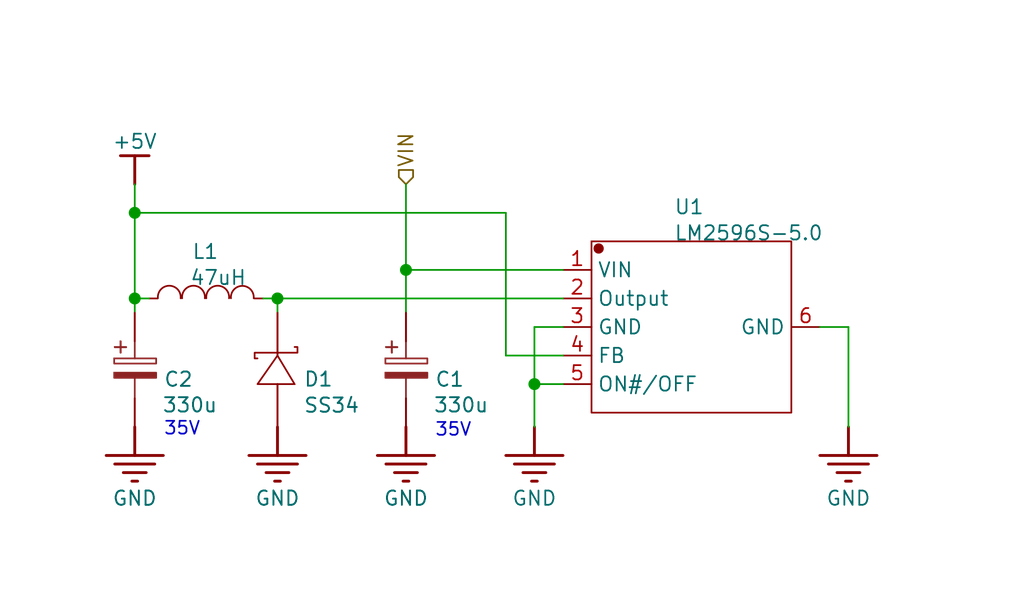
<source format=kicad_sch>
(kicad_sch (version 20250114) (generator "eeschema") (generator_version "9.0")
  (paper "User" 91.1098 53.2892)
  (lib_symbols
    (symbol "LM2596-altium-import:+5V_BAR" (power)
      (property "Value" "+5V" (at 0 -3.81 0))
      (symbol "+5V_BAR_0_0"
        (polyline (pts (xy -1.27 -2.54) (xy 1.27 -2.54)) (stroke (width 0.254)))
        (polyline (pts (xy 0 0) (xy 0 -2.54)) (stroke (width 0.254)))
        (pin power_in line (at 0 0 0) (length 0) (hide yes) (name "+5V") (number ""))
      )
    )
    (symbol "LM2596-altium-import:GND_POWER_GROUND" (power)
      (property "Value" "GND" (at 0 -6.35 0))
      (symbol "GND_POWER_GROUND_0_0"
        (polyline (pts (xy -2.54 -2.54) (xy 2.54 -2.54)) (stroke (width 0.254)))
        (polyline (pts (xy -1.778 -3.302) (xy 1.778 -3.302)) (stroke (width 0.254)))
        (polyline (pts (xy -1.016 -4.064) (xy 1.016 -4.064)) (stroke (width 0.254)))
        (polyline (pts (xy -0.254 -4.826) (xy 0.254 -4.826)) (stroke (width 0.254)))
        (polyline (pts (xy 0 0) (xy 0 -2.54)) (stroke (width 0.254)))
        (pin power_in line (at 0 0 0) (length 0) (hide yes) (name "GND") (number ""))
      )
    )
    (symbol "LM2596-altium-import:root_0_330u_" (pin_numbers (hide yes)) (pin_names (hide yes))
      (symbol "root_0_330u__1_0"
        (rectangle (start -1.829 1.016) (end 1.905 0.558) (stroke (width 0) (color 141 35 35 1)))
        (rectangle (start -1.829 -0.254) (end 1.905 -0.712) (stroke (width 0) (color 141 35 35 1)) (fill (type outline)))
        (rectangle (start -1.778 2.032) (end -0.762 2.006) (stroke (width 0) (color 141 35 35 1)) (fill (type outline)))
        (rectangle (start -1.27 2.54) (end -1.245 1.524) (stroke (width 0) (color 141 35 35 1)) (fill (type outline)))
        (polyline (pts (xy 0 2.54) (xy 0 1.016)) (stroke (width 0) (color 141 35 35 1)))
        (polyline (pts (xy 0 -2.54) (xy 0 -0.762)) (stroke (width 0) (color 141 35 35 1)))
        (pin passive line (at 0 5.08 270) (length 2.54) (name "1") (number "1"))
        (pin passive line (at 0 -5.08 90) (length 2.54) (name "2") (number "2"))
      )
    )
    (symbol "LM2596-altium-import:root_0_47uH_" (pin_numbers (hide yes)) (pin_names (hide yes))
      (symbol "root_0_47uH__1_0"
        (arc (start -4.2881 0.0148) (mid -3.2757 1.1311) (end -2.2662 0.0122) (stroke (width 0) (color 136 0 0 1)))
        (arc (start -2.1339 0.0145) (mid -1.123 1.132) (end -0.1121 0.0145) (stroke (width 0) (color 136 0 0 1)))
        (arc (start 0.0181 0.0145) (mid 1.029 1.132) (end 2.0399 0.0145) (stroke (width 0) (color 136 0 0 1)))
        (arc (start 2.2097 0.0154) (mid 3.2233 1.118) (end 4.2341 0.0128) (stroke (width 0) (color 136 0 0 1)))
        (pin passive line (at -5.08 0 0) (length 0.762) (name "1") (number "1"))
        (pin passive line (at 5.08 0 180) (length 0.762) (name "2") (number "2"))
      )
    )
    (symbol "LM2596-altium-import:root_0_LM2596S-5.0_"
      (symbol "root_0_LM2596S-5.0__1_0"
        (rectangle (start -8.89 7.62) (end 8.89 -7.62) (stroke (width 0) (color 136 0 0 1)))
        (circle (center -8.255 6.985) (radius 0.381) (stroke (width 0) (color 136 0 0 1)) (fill (type outline)))
        (pin passive line (at -11.43 5.08 0) (length 2.54) (name "VIN") (number "1"))
        (pin passive line (at -11.43 2.54 0) (length 2.54) (name "Output") (number "2"))
        (pin passive line (at -11.43 0 0) (length 2.54) (name "GND") (number "3"))
        (pin passive line (at -11.43 -2.54 0) (length 2.54) (name "FB") (number "4"))
        (pin passive line (at -11.43 -5.08 0) (length 2.54) (name "ON#/OFF") (number "5"))
        (pin passive line (at 11.43 0 180) (length 2.54) (name "GND") (number "6"))
      )
    )
    (symbol "LM2596-altium-import:root_1_SS34_" (pin_numbers (hide yes)) (pin_names (hide yes))
      (symbol "root_1_SS34__1_0"
        (polyline (pts (xy 1.524 2.032) (xy 1.778 2.032) (xy 1.778 2.032) (xy 1.778 1.524) (xy 1.778 1.524) (xy -2.032 1.524) (xy -2.032 1.524) (xy -2.032 1.016) (xy -2.032 1.016) (xy -1.778 1.016)) (stroke (width 0) (color 136 0 0 1)))
        (polyline (pts (xy 1.524 -1.27) (xy 0 1.27) (xy 0 1.27) (xy -1.778 -1.27) (xy -1.778 -1.27) (xy 1.524 -1.27)) (stroke (width 0) (color 136 0 0 1)))
        (pin passive line (at 0 5.08 270) (length 3.81) (name "K") (number "2"))
        (pin passive line (at 0 -5.08 90) (length 3.81) (name "A") (number "1"))
      )
    )
  )
  (text "35V" (at 38.659 39.0842 0) (effects (font (size 1.143 1.143)) (justify left bottom)))
  (text "35V" (at 14.529 38.9802 0) (effects (font (size 1.143 1.143)) (justify left bottom)))
  (junction (at 11.989 26.5552))
  (junction (at 11.989 18.9352))
  (junction (at 36.119 24.0152))
  (junction (at 47.549 34.1752))
  (junction (at 24.689 26.5552))
  (wire (pts (xy 50.089 24.0152) (xy 36.119 24.0152)))
  (wire (pts (xy 50.089 34.1752) (xy 47.549 34.1752)))
  (wire (pts (xy 11.989 26.5552) (xy 11.989 18.9352)))
  (wire (pts (xy 47.549 34.1752) (xy 47.549 29.0952)))
  (wire (pts (xy 11.989 18.9352) (xy 45.009 18.9352)))
  (wire (pts (xy 11.989 16.3952) (xy 11.989 18.9352)))
  (wire (pts (xy 45.009 31.6352) (xy 50.089 31.6352)))
  (wire (pts (xy 24.689 26.5552) (xy 50.089 26.5552)))
  (wire (pts (xy 23.419 26.5552) (xy 24.689 26.5552)))
  (wire (pts (xy 72.949 29.0952) (xy 75.489 29.0952)))
  (wire (pts (xy 47.549 29.0952) (xy 50.089 29.0952)))
  (wire (pts (xy 36.119 16.3952) (xy 36.119 24.0152)))
  (wire (pts (xy 36.119 24.0152) (xy 36.119 27.8252)))
  (wire (pts (xy 24.689 27.8252) (xy 24.689 26.5552)))
  (wire (pts (xy 45.009 18.9352) (xy 45.009 31.6352)))
  (wire (pts (xy 47.549 37.9852) (xy 47.549 34.1752)))
  (wire (pts (xy 75.489 29.0952) (xy 75.489 37.9852)))
  (wire (pts (xy 11.989 27.8252) (xy 11.989 26.5552)))
  (wire (pts (xy 13.259 26.5552) (xy 11.989 26.5552)))
  (hierarchical_label "VIN" (shape input) (at 36.119 16.3952 90))
  (symbol (lib_id "LM2596-altium-import:GND_POWER_GROUND") (at 75.489 37.9852 0) (unit 1)
    (property "Reference" "#PWR?" (effects (hide yes)))
    (property "Value" "GND" (at 75.489 44.3352 0))
  )
  (symbol (lib_id "LM2596-altium-import:root_0_47uH_") (at 18.339 26.5552 0) (unit 1)
    (property "Reference" "L1" (at 17.043 23.1052 0) (effects (justify left bottom)))
    (property "Value" "47uH" (at 16.858 25.4232 0) (effects (justify left bottom)))
    (property "SUPPLIER" "LCSC" (effects (hide yes)))
    (property "MANUFACTURER" "Sumida" (effects (hide yes)))
    (property "MANUFACTURER PART" "CDRH127NP-470MC" (effects (hide yes)))
    (property "NAMEALIAS" "Inductance" (effects (hide yes)))
    (property "CONTRIBUTOR" "LCSC" (effects (hide yes)))
    (property "SUPPLIER PART" "C167265" (effects (hide yes)))
    (property "SPICEPRE" "L" (effects (hide yes)))
    (property "SPICESYMBOLNAME" "CDRH127NP-470MC" (effects (hide yes)))
  )
  (symbol (lib_id "LM2596-altium-import:root_0_330u_") (at 36.119 32.9052 0) (unit 1)
    (property "Reference" "C1" (at 38.659 34.4722 0) (effects (justify left bottom)))
    (property "Value" "330u" (at 38.532 36.7582 0) (effects (justify left bottom)))
    (property "NAMEALIAS" "Value(F)" (effects (hide yes)))
    (property "CONTRIBUTOR" "EasyEDA" (effects (hide yes)))
    (property "MANUFACTURER PART" "?" (effects (hide yes)))
    (property "SPICEPRE" "C" (effects (hide yes)))
    (property "SPICESYMBOLNAME" "Cap_Electrolytic(SMD)_D8.0XH10.5_EU" (effects (hide yes)))
  )
  (symbol (lib_id "LM2596-altium-import:GND_POWER_GROUND") (at 47.549 37.9852 0) (unit 1)
    (property "Reference" "#PWR?" (effects (hide yes)))
    (property "Value" "GND" (at 47.549 44.3352 0))
  )
  (symbol (lib_id "LM2596-altium-import:+5V_BAR") (at 11.989 16.3952 180) (unit 1)
    (property "Reference" "#PWR?" (effects (hide yes)))
    (property "Value" "+5V" (at 11.989 12.5852 0))
  )
  (symbol (lib_id "LM2596-altium-import:GND_POWER_GROUND") (at 11.989 37.9852 0) (unit 1)
    (property "Reference" "#PWR?" (effects (hide yes)))
    (property "Value" "GND" (at 11.989 44.3352 0))
  )
  (symbol (lib_id "LM2596-altium-import:root_0_LM2596S-5.0_") (at 61.519 29.0952 0) (unit 1)
    (property "Reference" "U1" (at 59.939 19.1332 0) (effects (justify left bottom)))
    (property "Value" "LM2596S-5.0" (at 59.939 21.4542 0) (effects (justify left bottom)))
    (property "SUPPLIER" "LCSC" (effects (hide yes)))
    (property "SUPPLIER PART" "C116713" (effects (hide yes)))
    (property "MANUFACTURER" "Texas Instruments" (effects (hide yes)))
    (property "MANUFACTURER PART" "LM2596S-5.0/NOPB" (effects (hide yes)))
    (property "CONTRIBUTOR" "LCSC" (effects (hide yes)))
    (property "SPICEPRE" "U" (effects (hide yes)))
  )
  (symbol (lib_id "LM2596-altium-import:root_0_330u_") (at 11.989 32.9052 0) (unit 1)
    (property "Reference" "C2" (at 14.529 34.4722 0) (effects (justify left bottom)))
    (property "Value" "330u" (at 14.402 36.7582 0) (effects (justify left bottom)))
    (property "NAMEALIAS" "Value(F)" (effects (hide yes)))
    (property "CONTRIBUTOR" "EasyEDA" (effects (hide yes)))
    (property "MANUFACTURER PART" "?" (effects (hide yes)))
    (property "SPICEPRE" "C" (effects (hide yes)))
    (property "SPICESYMBOLNAME" "Cap_Electrolytic(SMD)_D8.0XH10.5_EU" (effects (hide yes)))
  )
  (symbol (lib_id "LM2596-altium-import:root_1_SS34_") (at 24.689 32.9052 0) (unit 1)
    (property "Reference" "D1" (at 26.977 34.4622 0) (effects (justify left bottom)))
    (property "Value" "SS34" (at 26.975 36.7822 0) (effects (justify left bottom)))
    (property "SUPPLIER" "LCSC" (effects (hide yes)))
    (property "MANUFACTURER" "Yenji" (effects (hide yes)))
    (property "MANUFACTURER PART" "SS34" (effects (hide yes)))
    (property "CONTRIBUTOR" "LCSC" (effects (hide yes)))
    (property "SUPPLIER PART" "C142458" (effects (hide yes)))
    (property "LCSC ASSEMBLY" "Yes" (effects (hide yes)))
    (property "SMT TYPE" "Extend" (effects (hide yes)))
    (property "SPICEPRE" "D" (effects (hide yes)))
  )
  (symbol (lib_id "LM2596-altium-import:GND_POWER_GROUND") (at 36.119 37.9852 0) (unit 1)
    (property "Reference" "#PWR?" (effects (hide yes)))
    (property "Value" "GND" (at 36.119 44.3352 0))
  )
  (symbol (lib_id "LM2596-altium-import:GND_POWER_GROUND") (at 24.689 37.9852 0) (unit 1)
    (property "Reference" "#PWR?" (effects (hide yes)))
    (property "Value" "GND" (at 24.689 44.3352 0))
  )
)
</source>
